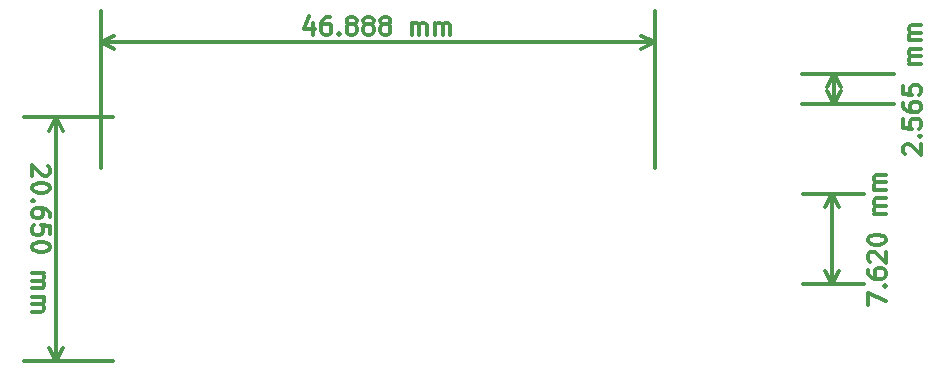
<source format=gbr>
%TF.GenerationSoftware,KiCad,Pcbnew,5.1.10*%
%TF.CreationDate,2021-05-04T23:01:40-04:00*%
%TF.ProjectId,NINA-W102_minimal_breakout,4e494e41-2d57-4313-9032-5f6d696e696d,0.5*%
%TF.SameCoordinates,Original*%
%TF.FileFunction,Other,ECO2*%
%FSLAX46Y46*%
G04 Gerber Fmt 4.6, Leading zero omitted, Abs format (unit mm)*
G04 Created by KiCad (PCBNEW 5.1.10) date 2021-05-04 23:01:40*
%MOMM*%
%LPD*%
G01*
G04 APERTURE LIST*
%ADD10C,0.300000*%
G04 APERTURE END LIST*
D10*
X172321428Y-99162500D02*
X172250000Y-99091071D01*
X172178571Y-98948214D01*
X172178571Y-98591071D01*
X172250000Y-98448214D01*
X172321428Y-98376785D01*
X172464285Y-98305357D01*
X172607142Y-98305357D01*
X172821428Y-98376785D01*
X173678571Y-99233928D01*
X173678571Y-98305357D01*
X173535714Y-97662500D02*
X173607142Y-97591071D01*
X173678571Y-97662500D01*
X173607142Y-97733928D01*
X173535714Y-97662500D01*
X173678571Y-97662500D01*
X172178571Y-96233928D02*
X172178571Y-96948214D01*
X172892857Y-97019642D01*
X172821428Y-96948214D01*
X172750000Y-96805357D01*
X172750000Y-96448214D01*
X172821428Y-96305357D01*
X172892857Y-96233928D01*
X173035714Y-96162500D01*
X173392857Y-96162500D01*
X173535714Y-96233928D01*
X173607142Y-96305357D01*
X173678571Y-96448214D01*
X173678571Y-96805357D01*
X173607142Y-96948214D01*
X173535714Y-97019642D01*
X172178571Y-94876785D02*
X172178571Y-95162500D01*
X172250000Y-95305357D01*
X172321428Y-95376785D01*
X172535714Y-95519642D01*
X172821428Y-95591071D01*
X173392857Y-95591071D01*
X173535714Y-95519642D01*
X173607142Y-95448214D01*
X173678571Y-95305357D01*
X173678571Y-95019642D01*
X173607142Y-94876785D01*
X173535714Y-94805357D01*
X173392857Y-94733928D01*
X173035714Y-94733928D01*
X172892857Y-94805357D01*
X172821428Y-94876785D01*
X172750000Y-95019642D01*
X172750000Y-95305357D01*
X172821428Y-95448214D01*
X172892857Y-95519642D01*
X173035714Y-95591071D01*
X172178571Y-93376785D02*
X172178571Y-94091071D01*
X172892857Y-94162500D01*
X172821428Y-94091071D01*
X172750000Y-93948214D01*
X172750000Y-93591071D01*
X172821428Y-93448214D01*
X172892857Y-93376785D01*
X173035714Y-93305357D01*
X173392857Y-93305357D01*
X173535714Y-93376785D01*
X173607142Y-93448214D01*
X173678571Y-93591071D01*
X173678571Y-93948214D01*
X173607142Y-94091071D01*
X173535714Y-94162500D01*
X173678571Y-91519642D02*
X172678571Y-91519642D01*
X172821428Y-91519642D02*
X172750000Y-91448214D01*
X172678571Y-91305357D01*
X172678571Y-91091071D01*
X172750000Y-90948214D01*
X172892857Y-90876785D01*
X173678571Y-90876785D01*
X172892857Y-90876785D02*
X172750000Y-90805357D01*
X172678571Y-90662500D01*
X172678571Y-90448214D01*
X172750000Y-90305357D01*
X172892857Y-90233928D01*
X173678571Y-90233928D01*
X173678571Y-89519642D02*
X172678571Y-89519642D01*
X172821428Y-89519642D02*
X172750000Y-89448214D01*
X172678571Y-89305357D01*
X172678571Y-89091071D01*
X172750000Y-88948214D01*
X172892857Y-88876785D01*
X173678571Y-88876785D01*
X172892857Y-88876785D02*
X172750000Y-88805357D01*
X172678571Y-88662500D01*
X172678571Y-88448214D01*
X172750000Y-88305357D01*
X172892857Y-88233928D01*
X173678571Y-88233928D01*
X166329912Y-94945200D02*
X166329912Y-92379800D01*
X171359112Y-94945200D02*
X163629912Y-94945200D01*
X171359112Y-92379800D02*
X163629912Y-92379800D01*
X166329912Y-92379800D02*
X166916333Y-93506304D01*
X166329912Y-92379800D02*
X165743491Y-93506304D01*
X166329912Y-94945200D02*
X166916333Y-93818696D01*
X166329912Y-94945200D02*
X165743491Y-93818696D01*
X169178571Y-111921228D02*
X169178571Y-110921228D01*
X170678571Y-111564085D01*
X170535714Y-110349800D02*
X170607142Y-110278371D01*
X170678571Y-110349800D01*
X170607142Y-110421228D01*
X170535714Y-110349800D01*
X170678571Y-110349800D01*
X169178571Y-108992657D02*
X169178571Y-109278371D01*
X169250000Y-109421228D01*
X169321428Y-109492657D01*
X169535714Y-109635514D01*
X169821428Y-109706942D01*
X170392857Y-109706942D01*
X170535714Y-109635514D01*
X170607142Y-109564085D01*
X170678571Y-109421228D01*
X170678571Y-109135514D01*
X170607142Y-108992657D01*
X170535714Y-108921228D01*
X170392857Y-108849800D01*
X170035714Y-108849800D01*
X169892857Y-108921228D01*
X169821428Y-108992657D01*
X169750000Y-109135514D01*
X169750000Y-109421228D01*
X169821428Y-109564085D01*
X169892857Y-109635514D01*
X170035714Y-109706942D01*
X169321428Y-108278371D02*
X169250000Y-108206942D01*
X169178571Y-108064085D01*
X169178571Y-107706942D01*
X169250000Y-107564085D01*
X169321428Y-107492657D01*
X169464285Y-107421228D01*
X169607142Y-107421228D01*
X169821428Y-107492657D01*
X170678571Y-108349800D01*
X170678571Y-107421228D01*
X169178571Y-106492657D02*
X169178571Y-106349800D01*
X169250000Y-106206942D01*
X169321428Y-106135514D01*
X169464285Y-106064085D01*
X169750000Y-105992657D01*
X170107142Y-105992657D01*
X170392857Y-106064085D01*
X170535714Y-106135514D01*
X170607142Y-106206942D01*
X170678571Y-106349800D01*
X170678571Y-106492657D01*
X170607142Y-106635514D01*
X170535714Y-106706942D01*
X170392857Y-106778371D01*
X170107142Y-106849800D01*
X169750000Y-106849800D01*
X169464285Y-106778371D01*
X169321428Y-106706942D01*
X169250000Y-106635514D01*
X169178571Y-106492657D01*
X170678571Y-104206942D02*
X169678571Y-104206942D01*
X169821428Y-104206942D02*
X169750000Y-104135514D01*
X169678571Y-103992657D01*
X169678571Y-103778371D01*
X169750000Y-103635514D01*
X169892857Y-103564085D01*
X170678571Y-103564085D01*
X169892857Y-103564085D02*
X169750000Y-103492657D01*
X169678571Y-103349800D01*
X169678571Y-103135514D01*
X169750000Y-102992657D01*
X169892857Y-102921228D01*
X170678571Y-102921228D01*
X170678571Y-102206942D02*
X169678571Y-102206942D01*
X169821428Y-102206942D02*
X169750000Y-102135514D01*
X169678571Y-101992657D01*
X169678571Y-101778371D01*
X169750000Y-101635514D01*
X169892857Y-101564085D01*
X170678571Y-101564085D01*
X169892857Y-101564085D02*
X169750000Y-101492657D01*
X169678571Y-101349800D01*
X169678571Y-101135514D01*
X169750000Y-100992657D01*
X169892857Y-100921228D01*
X170678571Y-100921228D01*
X166116000Y-102539800D02*
X166116000Y-110159800D01*
X163728400Y-102539800D02*
X168816000Y-102539800D01*
X163728400Y-110159800D02*
X168816000Y-110159800D01*
X166116000Y-110159800D02*
X165529579Y-109033296D01*
X166116000Y-110159800D02*
X166702421Y-109033296D01*
X166116000Y-102539800D02*
X165529579Y-103666304D01*
X166116000Y-102539800D02*
X166702421Y-103666304D01*
X122185800Y-88041371D02*
X122185800Y-89041371D01*
X121828657Y-87469942D02*
X121471514Y-88541371D01*
X122400085Y-88541371D01*
X123614371Y-87541371D02*
X123328657Y-87541371D01*
X123185800Y-87612800D01*
X123114371Y-87684228D01*
X122971514Y-87898514D01*
X122900085Y-88184228D01*
X122900085Y-88755657D01*
X122971514Y-88898514D01*
X123042942Y-88969942D01*
X123185800Y-89041371D01*
X123471514Y-89041371D01*
X123614371Y-88969942D01*
X123685800Y-88898514D01*
X123757228Y-88755657D01*
X123757228Y-88398514D01*
X123685800Y-88255657D01*
X123614371Y-88184228D01*
X123471514Y-88112800D01*
X123185800Y-88112800D01*
X123042942Y-88184228D01*
X122971514Y-88255657D01*
X122900085Y-88398514D01*
X124400085Y-88898514D02*
X124471514Y-88969942D01*
X124400085Y-89041371D01*
X124328657Y-88969942D01*
X124400085Y-88898514D01*
X124400085Y-89041371D01*
X125328657Y-88184228D02*
X125185800Y-88112800D01*
X125114371Y-88041371D01*
X125042942Y-87898514D01*
X125042942Y-87827085D01*
X125114371Y-87684228D01*
X125185800Y-87612800D01*
X125328657Y-87541371D01*
X125614371Y-87541371D01*
X125757228Y-87612800D01*
X125828657Y-87684228D01*
X125900085Y-87827085D01*
X125900085Y-87898514D01*
X125828657Y-88041371D01*
X125757228Y-88112800D01*
X125614371Y-88184228D01*
X125328657Y-88184228D01*
X125185800Y-88255657D01*
X125114371Y-88327085D01*
X125042942Y-88469942D01*
X125042942Y-88755657D01*
X125114371Y-88898514D01*
X125185800Y-88969942D01*
X125328657Y-89041371D01*
X125614371Y-89041371D01*
X125757228Y-88969942D01*
X125828657Y-88898514D01*
X125900085Y-88755657D01*
X125900085Y-88469942D01*
X125828657Y-88327085D01*
X125757228Y-88255657D01*
X125614371Y-88184228D01*
X126757228Y-88184228D02*
X126614371Y-88112800D01*
X126542942Y-88041371D01*
X126471514Y-87898514D01*
X126471514Y-87827085D01*
X126542942Y-87684228D01*
X126614371Y-87612800D01*
X126757228Y-87541371D01*
X127042942Y-87541371D01*
X127185800Y-87612800D01*
X127257228Y-87684228D01*
X127328657Y-87827085D01*
X127328657Y-87898514D01*
X127257228Y-88041371D01*
X127185800Y-88112800D01*
X127042942Y-88184228D01*
X126757228Y-88184228D01*
X126614371Y-88255657D01*
X126542942Y-88327085D01*
X126471514Y-88469942D01*
X126471514Y-88755657D01*
X126542942Y-88898514D01*
X126614371Y-88969942D01*
X126757228Y-89041371D01*
X127042942Y-89041371D01*
X127185800Y-88969942D01*
X127257228Y-88898514D01*
X127328657Y-88755657D01*
X127328657Y-88469942D01*
X127257228Y-88327085D01*
X127185800Y-88255657D01*
X127042942Y-88184228D01*
X128185800Y-88184228D02*
X128042942Y-88112800D01*
X127971514Y-88041371D01*
X127900085Y-87898514D01*
X127900085Y-87827085D01*
X127971514Y-87684228D01*
X128042942Y-87612800D01*
X128185800Y-87541371D01*
X128471514Y-87541371D01*
X128614371Y-87612800D01*
X128685800Y-87684228D01*
X128757228Y-87827085D01*
X128757228Y-87898514D01*
X128685800Y-88041371D01*
X128614371Y-88112800D01*
X128471514Y-88184228D01*
X128185800Y-88184228D01*
X128042942Y-88255657D01*
X127971514Y-88327085D01*
X127900085Y-88469942D01*
X127900085Y-88755657D01*
X127971514Y-88898514D01*
X128042942Y-88969942D01*
X128185800Y-89041371D01*
X128471514Y-89041371D01*
X128614371Y-88969942D01*
X128685800Y-88898514D01*
X128757228Y-88755657D01*
X128757228Y-88469942D01*
X128685800Y-88327085D01*
X128614371Y-88255657D01*
X128471514Y-88184228D01*
X130542942Y-89041371D02*
X130542942Y-88041371D01*
X130542942Y-88184228D02*
X130614371Y-88112800D01*
X130757228Y-88041371D01*
X130971514Y-88041371D01*
X131114371Y-88112800D01*
X131185800Y-88255657D01*
X131185800Y-89041371D01*
X131185800Y-88255657D02*
X131257228Y-88112800D01*
X131400085Y-88041371D01*
X131614371Y-88041371D01*
X131757228Y-88112800D01*
X131828657Y-88255657D01*
X131828657Y-89041371D01*
X132542942Y-89041371D02*
X132542942Y-88041371D01*
X132542942Y-88184228D02*
X132614371Y-88112800D01*
X132757228Y-88041371D01*
X132971514Y-88041371D01*
X133114371Y-88112800D01*
X133185800Y-88255657D01*
X133185800Y-89041371D01*
X133185800Y-88255657D02*
X133257228Y-88112800D01*
X133400085Y-88041371D01*
X133614371Y-88041371D01*
X133757228Y-88112800D01*
X133828657Y-88255657D01*
X133828657Y-89041371D01*
X151130000Y-89712800D02*
X104241600Y-89712800D01*
X151130000Y-100330000D02*
X151130000Y-87012800D01*
X104241600Y-100330000D02*
X104241600Y-87012800D01*
X104241600Y-89712800D02*
X105368104Y-89126379D01*
X104241600Y-89712800D02*
X105368104Y-90299221D01*
X151130000Y-89712800D02*
X150003496Y-89126379D01*
X151130000Y-89712800D02*
X150003496Y-90299221D01*
X99785571Y-100173614D02*
X99857000Y-100245042D01*
X99928428Y-100387900D01*
X99928428Y-100745042D01*
X99857000Y-100887900D01*
X99785571Y-100959328D01*
X99642714Y-101030757D01*
X99499857Y-101030757D01*
X99285571Y-100959328D01*
X98428428Y-100102185D01*
X98428428Y-101030757D01*
X99928428Y-101959328D02*
X99928428Y-102102185D01*
X99857000Y-102245042D01*
X99785571Y-102316471D01*
X99642714Y-102387900D01*
X99357000Y-102459328D01*
X98999857Y-102459328D01*
X98714142Y-102387900D01*
X98571285Y-102316471D01*
X98499857Y-102245042D01*
X98428428Y-102102185D01*
X98428428Y-101959328D01*
X98499857Y-101816471D01*
X98571285Y-101745042D01*
X98714142Y-101673614D01*
X98999857Y-101602185D01*
X99357000Y-101602185D01*
X99642714Y-101673614D01*
X99785571Y-101745042D01*
X99857000Y-101816471D01*
X99928428Y-101959328D01*
X98571285Y-103102185D02*
X98499857Y-103173614D01*
X98428428Y-103102185D01*
X98499857Y-103030757D01*
X98571285Y-103102185D01*
X98428428Y-103102185D01*
X99928428Y-104459328D02*
X99928428Y-104173614D01*
X99857000Y-104030757D01*
X99785571Y-103959328D01*
X99571285Y-103816471D01*
X99285571Y-103745042D01*
X98714142Y-103745042D01*
X98571285Y-103816471D01*
X98499857Y-103887900D01*
X98428428Y-104030757D01*
X98428428Y-104316471D01*
X98499857Y-104459328D01*
X98571285Y-104530757D01*
X98714142Y-104602185D01*
X99071285Y-104602185D01*
X99214142Y-104530757D01*
X99285571Y-104459328D01*
X99357000Y-104316471D01*
X99357000Y-104030757D01*
X99285571Y-103887900D01*
X99214142Y-103816471D01*
X99071285Y-103745042D01*
X99928428Y-105959328D02*
X99928428Y-105245042D01*
X99214142Y-105173614D01*
X99285571Y-105245042D01*
X99357000Y-105387900D01*
X99357000Y-105745042D01*
X99285571Y-105887900D01*
X99214142Y-105959328D01*
X99071285Y-106030757D01*
X98714142Y-106030757D01*
X98571285Y-105959328D01*
X98499857Y-105887900D01*
X98428428Y-105745042D01*
X98428428Y-105387900D01*
X98499857Y-105245042D01*
X98571285Y-105173614D01*
X99928428Y-106959328D02*
X99928428Y-107102185D01*
X99857000Y-107245042D01*
X99785571Y-107316471D01*
X99642714Y-107387900D01*
X99357000Y-107459328D01*
X98999857Y-107459328D01*
X98714142Y-107387900D01*
X98571285Y-107316471D01*
X98499857Y-107245042D01*
X98428428Y-107102185D01*
X98428428Y-106959328D01*
X98499857Y-106816471D01*
X98571285Y-106745042D01*
X98714142Y-106673614D01*
X98999857Y-106602185D01*
X99357000Y-106602185D01*
X99642714Y-106673614D01*
X99785571Y-106745042D01*
X99857000Y-106816471D01*
X99928428Y-106959328D01*
X98428428Y-109245042D02*
X99428428Y-109245042D01*
X99285571Y-109245042D02*
X99357000Y-109316471D01*
X99428428Y-109459328D01*
X99428428Y-109673614D01*
X99357000Y-109816471D01*
X99214142Y-109887900D01*
X98428428Y-109887900D01*
X99214142Y-109887900D02*
X99357000Y-109959328D01*
X99428428Y-110102185D01*
X99428428Y-110316471D01*
X99357000Y-110459328D01*
X99214142Y-110530757D01*
X98428428Y-110530757D01*
X98428428Y-111245042D02*
X99428428Y-111245042D01*
X99285571Y-111245042D02*
X99357000Y-111316471D01*
X99428428Y-111459328D01*
X99428428Y-111673614D01*
X99357000Y-111816471D01*
X99214142Y-111887900D01*
X98428428Y-111887900D01*
X99214142Y-111887900D02*
X99357000Y-111959328D01*
X99428428Y-112102185D01*
X99428428Y-112316471D01*
X99357000Y-112459328D01*
X99214142Y-112530757D01*
X98428428Y-112530757D01*
X100457000Y-96062800D02*
X100457000Y-116713000D01*
X105257600Y-96062800D02*
X97757000Y-96062800D01*
X105257600Y-116713000D02*
X97757000Y-116713000D01*
X100457000Y-116713000D02*
X99870579Y-115586496D01*
X100457000Y-116713000D02*
X101043421Y-115586496D01*
X100457000Y-96062800D02*
X99870579Y-97189304D01*
X100457000Y-96062800D02*
X101043421Y-97189304D01*
M02*

</source>
